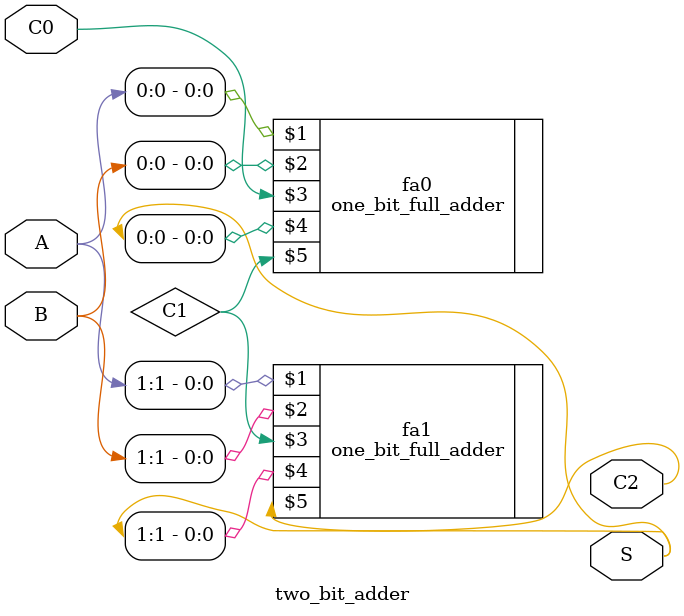
<source format=v>
`timescale 1ns / 1ps


module two_bit_adder(
    input [1:0] A,
    input [1:0] B,
    input C0,
    output [1:0] S,
    output C2
    );
    
    wire C1;
    
    one_bit_full_adder fa0 (A[0], B[0], C0, S[0], C1);
    one_bit_full_adder fa1 (A[1], B[1], C1, S[1], C2);
endmodule

</source>
